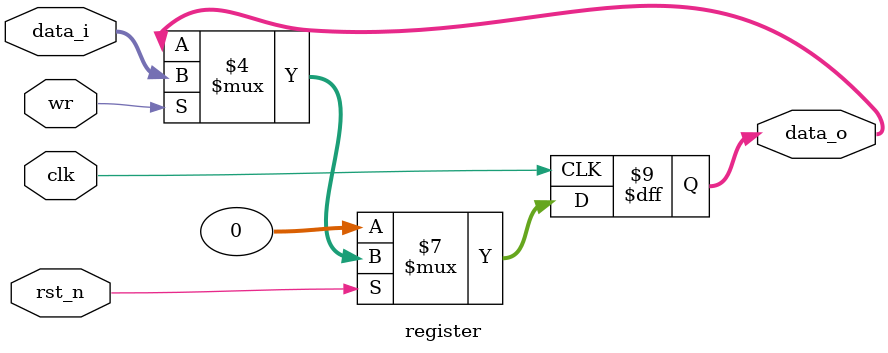
<source format=v>
`timescale 1ns / 1ps


module register #( parameter WIDTH = 32 )
    (
    input clk,
    input rst_n,
    input wr,
    input [WIDTH - 1:0] data_i,
    output reg [WIDTH - 1:0] data_o
    );

always @(posedge clk) begin
    if (~rst_n) begin
        data_o <= {WIDTH{1'b0}};
    end else begin
        if (wr) begin
            data_o <= data_i;
        end else begin
            data_o <= data_o;
        end
    end   
end
endmodule

</source>
